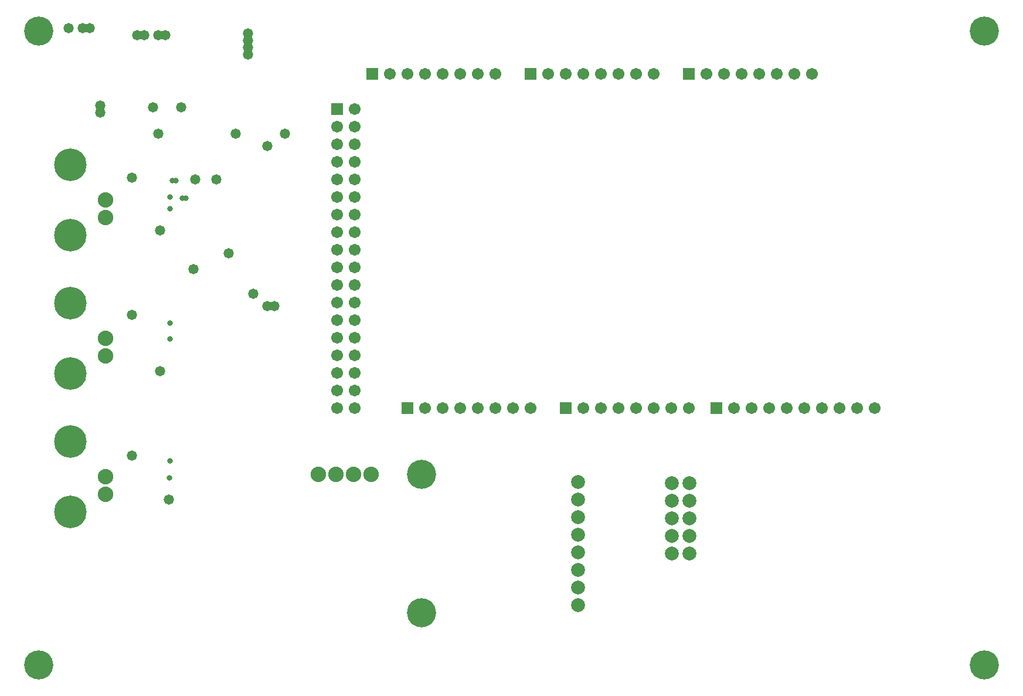
<source format=gbs>
G04*
G04 #@! TF.GenerationSoftware,Altium Limited,Altium Designer,22.11.1 (43)*
G04*
G04 Layer_Color=16711935*
%FSLAX25Y25*%
%MOIN*%
G70*
G04*
G04 #@! TF.SameCoordinates,FC0E5961-FCF4-480C-89D5-594BF37CE3F7*
G04*
G04*
G04 #@! TF.FilePolarity,Negative*
G04*
G01*
G75*
%ADD30C,0.07887*%
%ADD31C,0.08800*%
%ADD32C,0.18517*%
%ADD33C,0.06706*%
%ADD34R,0.06706X0.06706*%
%ADD35R,0.06706X0.06706*%
%ADD36C,0.03162*%
%ADD37C,0.05800*%
%ADD38C,0.16548*%
D30*
X424500Y229000D02*
D03*
Y239000D02*
D03*
Y219000D02*
D03*
Y259000D02*
D03*
Y269000D02*
D03*
Y279000D02*
D03*
Y289000D02*
D03*
Y249000D02*
D03*
X478000Y288500D02*
D03*
Y248500D02*
D03*
X488000Y288500D02*
D03*
X478000Y258500D02*
D03*
Y268500D02*
D03*
Y278500D02*
D03*
X488000D02*
D03*
Y268500D02*
D03*
Y248500D02*
D03*
Y258500D02*
D03*
D31*
X307000Y293500D02*
D03*
X287000D02*
D03*
X277000D02*
D03*
X297000D02*
D03*
X156000Y292020D02*
D03*
Y282020D02*
D03*
Y370760D02*
D03*
Y360760D02*
D03*
Y449500D02*
D03*
Y439500D02*
D03*
D32*
X136000Y272020D02*
D03*
Y312020D02*
D03*
Y350760D02*
D03*
Y390760D02*
D03*
Y429500D02*
D03*
Y469500D02*
D03*
D33*
X547500Y521000D02*
D03*
X557500D02*
D03*
X593484Y331000D02*
D03*
X583484D02*
D03*
X337500D02*
D03*
X347500D02*
D03*
X357500D02*
D03*
X367500D02*
D03*
X377500D02*
D03*
X387500D02*
D03*
X397500D02*
D03*
X497500Y521000D02*
D03*
X507500D02*
D03*
X517500D02*
D03*
X527500D02*
D03*
X537500D02*
D03*
X487500Y331000D02*
D03*
X477500D02*
D03*
X467500D02*
D03*
X457500D02*
D03*
X447500D02*
D03*
X437500D02*
D03*
X427500D02*
D03*
X573484D02*
D03*
X563484D02*
D03*
X553484D02*
D03*
X543484D02*
D03*
X533484D02*
D03*
X523484D02*
D03*
X513484D02*
D03*
X377500Y521000D02*
D03*
X367500D02*
D03*
X357500D02*
D03*
X347500D02*
D03*
X337500D02*
D03*
X327500D02*
D03*
X317500D02*
D03*
X467500D02*
D03*
X457500D02*
D03*
X447500D02*
D03*
X437500D02*
D03*
X427500D02*
D03*
X417500D02*
D03*
X407500D02*
D03*
X297500Y501000D02*
D03*
X287500Y491000D02*
D03*
X297500D02*
D03*
X287500Y481000D02*
D03*
X297500D02*
D03*
X287500Y471000D02*
D03*
X297500D02*
D03*
X287500Y461000D02*
D03*
X297500D02*
D03*
X287500Y451000D02*
D03*
X297500D02*
D03*
X287500Y441000D02*
D03*
X297500D02*
D03*
X287500Y431000D02*
D03*
X297500D02*
D03*
X287500Y421000D02*
D03*
X297500D02*
D03*
X287500Y411000D02*
D03*
X297500D02*
D03*
X287500Y401000D02*
D03*
X297500D02*
D03*
X287500Y391000D02*
D03*
X297500D02*
D03*
X287500Y381000D02*
D03*
X297500D02*
D03*
X287500Y371000D02*
D03*
X297500D02*
D03*
X287500Y361000D02*
D03*
X297500D02*
D03*
X287500Y351000D02*
D03*
X297500D02*
D03*
X287500Y341000D02*
D03*
X297500D02*
D03*
X287500Y331000D02*
D03*
X297500D02*
D03*
D34*
X327500D02*
D03*
X487500Y521000D02*
D03*
X417500Y331000D02*
D03*
X503484D02*
D03*
X307500Y521000D02*
D03*
X397500D02*
D03*
D35*
X287500Y501000D02*
D03*
D36*
X194000Y460500D02*
D03*
X201500Y450500D02*
D03*
X199500D02*
D03*
X196000Y460500D02*
D03*
X192500Y301000D02*
D03*
X192450Y291450D02*
D03*
X192500Y370500D02*
D03*
Y379500D02*
D03*
Y451000D02*
D03*
Y444500D02*
D03*
D37*
X171000Y304000D02*
D03*
Y384000D02*
D03*
X252000Y389000D02*
D03*
X248000D02*
D03*
X240000Y396000D02*
D03*
X206000Y410000D02*
D03*
X226000Y419000D02*
D03*
X237000Y544000D02*
D03*
Y532000D02*
D03*
Y536000D02*
D03*
Y540000D02*
D03*
X190000Y543000D02*
D03*
X186000D02*
D03*
X178000D02*
D03*
X174000D02*
D03*
X147000Y547000D02*
D03*
X143000D02*
D03*
X135000D02*
D03*
X183000Y502142D02*
D03*
X186000Y487000D02*
D03*
X153000Y499000D02*
D03*
Y503000D02*
D03*
X199000Y502000D02*
D03*
X258000Y487000D02*
D03*
X248000Y480000D02*
D03*
X230000Y487000D02*
D03*
X219000Y461000D02*
D03*
X207000D02*
D03*
X171000Y462000D02*
D03*
X187000Y432000D02*
D03*
Y352000D02*
D03*
X192000Y279000D02*
D03*
D38*
X335614Y293307D02*
D03*
Y214567D02*
D03*
X655512Y185039D02*
D03*
Y545276D02*
D03*
X118110D02*
D03*
Y185039D02*
D03*
M02*

</source>
